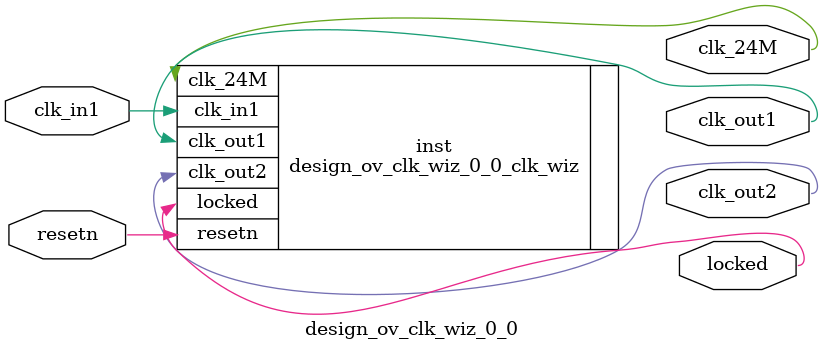
<source format=v>


`timescale 1ps/1ps

(* CORE_GENERATION_INFO = "design_ov_clk_wiz_0_0,clk_wiz_v6_0_5_0_0,{component_name=design_ov_clk_wiz_0_0,use_phase_alignment=true,use_min_o_jitter=false,use_max_i_jitter=false,use_dyn_phase_shift=false,use_inclk_switchover=false,use_dyn_reconfig=false,enable_axi=0,feedback_source=FDBK_AUTO,PRIMITIVE=MMCM,num_out_clk=3,clkin1_period=10.000,clkin2_period=10.000,use_power_down=false,use_reset=true,use_locked=true,use_inclk_stopped=false,feedback_type=SINGLE,CLOCK_MGR_TYPE=NA,manual_override=false}" *)

module design_ov_clk_wiz_0_0 
 (
  // Clock out ports
  output        clk_out1,
  output        clk_out2,
  output        clk_24M,
  // Status and control signals
  input         resetn,
  output        locked,
 // Clock in ports
  input         clk_in1
 );

  design_ov_clk_wiz_0_0_clk_wiz inst
  (
  // Clock out ports  
  .clk_out1(clk_out1),
  .clk_out2(clk_out2),
  .clk_24M(clk_24M),
  // Status and control signals               
  .resetn(resetn), 
  .locked(locked),
 // Clock in ports
  .clk_in1(clk_in1)
  );

endmodule

</source>
